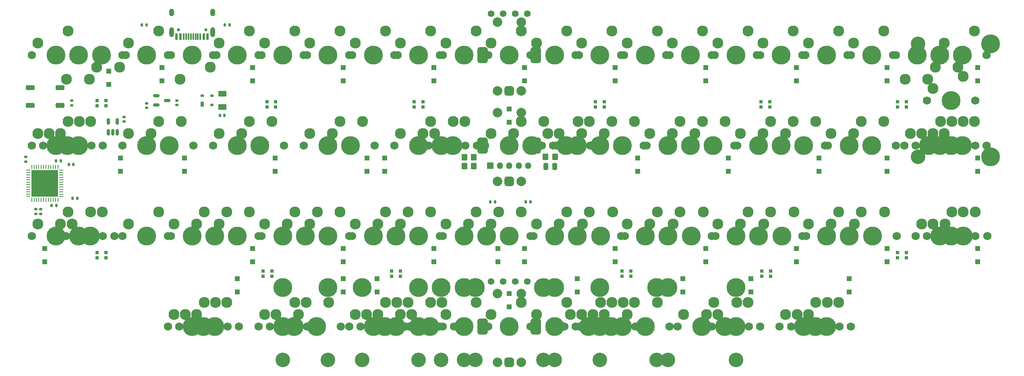
<source format=gbr>
%TF.GenerationSoftware,KiCad,Pcbnew,(7.0.0)*%
%TF.CreationDate,2023-12-11T21:31:36+01:00*%
%TF.ProjectId,universal vault,756e6976-6572-4736-916c-207661756c74,rev?*%
%TF.SameCoordinates,Original*%
%TF.FileFunction,Soldermask,Bot*%
%TF.FilePolarity,Negative*%
%FSLAX46Y46*%
G04 Gerber Fmt 4.6, Leading zero omitted, Abs format (unit mm)*
G04 Created by KiCad (PCBNEW (7.0.0)) date 2023-12-11 21:31:36*
%MOMM*%
%LPD*%
G01*
G04 APERTURE LIST*
G04 Aperture macros list*
%AMRoundRect*
0 Rectangle with rounded corners*
0 $1 Rounding radius*
0 $2 $3 $4 $5 $6 $7 $8 $9 X,Y pos of 4 corners*
0 Add a 4 corners polygon primitive as box body*
4,1,4,$2,$3,$4,$5,$6,$7,$8,$9,$2,$3,0*
0 Add four circle primitives for the rounded corners*
1,1,$1+$1,$2,$3*
1,1,$1+$1,$4,$5*
1,1,$1+$1,$6,$7*
1,1,$1+$1,$8,$9*
0 Add four rect primitives between the rounded corners*
20,1,$1+$1,$2,$3,$4,$5,0*
20,1,$1+$1,$4,$5,$6,$7,0*
20,1,$1+$1,$6,$7,$8,$9,0*
20,1,$1+$1,$8,$9,$2,$3,0*%
G04 Aperture macros list end*
%ADD10C,2.300000*%
%ADD11C,1.750000*%
%ADD12C,3.987800*%
%ADD13RoundRect,0.250000X-0.300000X0.300000X-0.300000X-0.300000X0.300000X-0.300000X0.300000X0.300000X0*%
%ADD14C,2.000000*%
%ADD15RoundRect,0.500000X0.500000X-0.500000X0.500000X0.500000X-0.500000X0.500000X-0.500000X-0.500000X0*%
%ADD16RoundRect,0.550000X0.550000X-1.150000X0.550000X1.150000X-0.550000X1.150000X-0.550000X-1.150000X0*%
%ADD17RoundRect,0.250000X-0.350000X-0.450000X0.350000X-0.450000X0.350000X0.450000X-0.350000X0.450000X0*%
%ADD18RoundRect,0.250000X0.350000X0.450000X-0.350000X0.450000X-0.350000X-0.450000X0.350000X-0.450000X0*%
%ADD19O,1.350000X1.350000*%
%ADD20R,1.350000X1.350000*%
%ADD21RoundRect,0.250000X0.250000X0.475000X-0.250000X0.475000X-0.250000X-0.475000X0.250000X-0.475000X0*%
%ADD22C,3.048000*%
%ADD23C,1.397000*%
%ADD24RoundRect,0.105000X0.245000X0.245000X-0.245000X0.245000X-0.245000X-0.245000X0.245000X-0.245000X0*%
%ADD25RoundRect,0.250000X0.300000X-0.300000X0.300000X0.300000X-0.300000X0.300000X-0.300000X-0.300000X0*%
%ADD26RoundRect,0.105000X-0.245000X-0.245000X0.245000X-0.245000X0.245000X0.245000X-0.245000X0.245000X0*%
%ADD27RoundRect,0.140000X-0.170000X0.140000X-0.170000X-0.140000X0.170000X-0.140000X0.170000X0.140000X0*%
%ADD28RoundRect,0.135000X0.185000X-0.135000X0.185000X0.135000X-0.185000X0.135000X-0.185000X-0.135000X0*%
%ADD29RoundRect,0.150000X0.150000X-0.512500X0.150000X0.512500X-0.150000X0.512500X-0.150000X-0.512500X0*%
%ADD30RoundRect,0.140000X-0.140000X-0.170000X0.140000X-0.170000X0.140000X0.170000X-0.140000X0.170000X0*%
%ADD31RoundRect,0.140000X0.170000X-0.140000X0.170000X0.140000X-0.170000X0.140000X-0.170000X-0.140000X0*%
%ADD32RoundRect,0.135000X0.135000X0.185000X-0.135000X0.185000X-0.135000X-0.185000X0.135000X-0.185000X0*%
%ADD33RoundRect,0.140000X0.140000X0.170000X-0.140000X0.170000X-0.140000X-0.170000X0.140000X-0.170000X0*%
%ADD34RoundRect,0.275000X0.625000X0.275000X-0.625000X0.275000X-0.625000X-0.275000X0.625000X-0.275000X0*%
%ADD35RoundRect,0.250000X0.625000X-0.375000X0.625000X0.375000X-0.625000X0.375000X-0.625000X-0.375000X0*%
%ADD36RoundRect,0.150000X-0.512500X-0.150000X0.512500X-0.150000X0.512500X0.150000X-0.512500X0.150000X0*%
%ADD37RoundRect,0.135000X-0.135000X-0.185000X0.135000X-0.185000X0.135000X0.185000X-0.135000X0.185000X0*%
%ADD38C,0.650000*%
%ADD39R,0.600000X1.450000*%
%ADD40R,0.300000X1.450000*%
%ADD41O,1.000000X1.600000*%
%ADD42O,1.000000X2.100000*%
%ADD43R,0.700000X1.000000*%
%ADD44R,0.700000X0.600000*%
%ADD45RoundRect,0.062500X0.062500X-0.375000X0.062500X0.375000X-0.062500X0.375000X-0.062500X-0.375000X0*%
%ADD46RoundRect,0.062500X0.375000X-0.062500X0.375000X0.062500X-0.375000X0.062500X-0.375000X-0.062500X0*%
%ADD47R,5.600000X5.600000*%
G04 APERTURE END LIST*
D10*
%TO.C,K_SPACE39*%
X78740000Y14605000D03*
X72390000Y12065000D03*
D11*
X81280000Y9525000D03*
D12*
X76200000Y9525000D03*
D11*
X71120000Y9525000D03*
%TD*%
D13*
%TO.C,D_SPACE42*%
X119062500Y19656250D03*
X119062500Y16856250D03*
%TD*%
D14*
%TO.C,SW3*%
X102275000Y2025000D03*
X107275000Y2025000D03*
D15*
X104775000Y2025000D03*
D16*
X99175000Y9525000D03*
X110375000Y9525000D03*
D14*
X107275000Y16525000D03*
X102275000Y16525000D03*
%TD*%
D11*
%TO.C,K_SPACE38*%
X123507500Y9525000D03*
D12*
X128587500Y9525000D03*
D11*
X133667500Y9525000D03*
D10*
X124777500Y12065000D03*
X131127500Y14605000D03*
%TD*%
D11*
%TO.C,K_SPACE37*%
X75882500Y9525000D03*
D12*
X80962500Y9525000D03*
D11*
X86042500Y9525000D03*
D10*
X77152500Y12065000D03*
X83502500Y14605000D03*
%TD*%
D11*
%TO.C,K_SPACE36*%
X109220000Y9525000D03*
D12*
X114300000Y9525000D03*
D11*
X119380000Y9525000D03*
D10*
X110490000Y12065000D03*
X116840000Y14605000D03*
%TD*%
D11*
%TO.C,K_SPACE35*%
X90170000Y9525000D03*
D12*
X95250000Y9525000D03*
D11*
X100330000Y9525000D03*
D10*
X91440000Y12065000D03*
X97790000Y14605000D03*
%TD*%
D13*
%TO.C,D_SPACE37*%
X104775000Y16481250D03*
X104775000Y13681250D03*
%TD*%
%TO.C,D_SPACE17*%
X104775000Y55375000D03*
X104775000Y52575000D03*
%TD*%
D17*
%TO.C,UR3*%
X112406250Y45243750D03*
X114406250Y45243750D03*
%TD*%
D18*
%TO.C,UR2*%
X97341660Y45199940D03*
X95341660Y45199940D03*
%TD*%
D17*
%TO.C,UR1*%
X95341660Y43289806D03*
X97341660Y43289806D03*
%TD*%
D19*
%TO.C,TP1*%
X108774999Y43396249D03*
X106774999Y43396249D03*
X104774999Y43396249D03*
X102774999Y43396249D03*
D20*
X100774999Y43396249D03*
%TD*%
D21*
%TO.C,C12*%
X114356250Y43256250D03*
X112456250Y43256250D03*
%TD*%
D11*
%TO.C,K_SPACE4*%
X61595000Y66675000D03*
D12*
X66675000Y66675000D03*
D11*
X71755000Y66675000D03*
D10*
X62865000Y69215000D03*
X69215000Y71755000D03*
%TD*%
D11*
%TO.C,K_SPACE68*%
X113982500Y47625000D03*
D12*
X119062500Y47625000D03*
D11*
X124142500Y47625000D03*
D10*
X115252500Y50165000D03*
X121602500Y52705000D03*
%TD*%
D11*
%TO.C,K_SPACE17*%
X99695000Y47625000D03*
D12*
X104775000Y47625000D03*
D11*
X109855000Y47625000D03*
D10*
X100965000Y50165000D03*
X107315000Y52705000D03*
%TD*%
D12*
%TO.C,S6*%
X57150000Y17780000D03*
D22*
X57150000Y2540000D03*
D12*
X95250000Y17780000D03*
D22*
X95250000Y2540000D03*
%TD*%
D11*
%TO.C,K_SPACE30*%
X128270000Y28575000D03*
D12*
X133350000Y28575000D03*
D11*
X138430000Y28575000D03*
D10*
X129540000Y31115000D03*
X135890000Y33655000D03*
%TD*%
D11*
%TO.C,K_SPACE118*%
X147320000Y9525000D03*
D12*
X152400000Y9525000D03*
D11*
X157480000Y9525000D03*
D10*
X148590000Y12065000D03*
X154940000Y14605000D03*
%TD*%
D11*
%TO.C,K_SPACE94*%
X94932500Y28575000D03*
D12*
X100012500Y28575000D03*
D11*
X105092500Y28575000D03*
D10*
X96202500Y31115000D03*
X102552500Y33655000D03*
%TD*%
D11*
%TO.C,K_SPACE73*%
X28257500Y47625000D03*
D12*
X33337500Y47625000D03*
D11*
X38417500Y47625000D03*
D10*
X29527500Y50165000D03*
X35877500Y52705000D03*
%TD*%
D11*
%TO.C,K_SPACE117*%
X52070000Y9525000D03*
D12*
X57150000Y9525000D03*
D11*
X62230000Y9525000D03*
D10*
X53340000Y12065000D03*
X59690000Y14605000D03*
%TD*%
D11*
%TO.C,K_SPACE107*%
X35401250Y9525000D03*
D12*
X40481250Y9525000D03*
D11*
X45561250Y9525000D03*
D10*
X36671250Y12065000D03*
X43021250Y14605000D03*
%TD*%
D11*
%TO.C,K_SPACE83*%
X23495000Y28575000D03*
D12*
X28575000Y28575000D03*
D11*
X33655000Y28575000D03*
D10*
X24765000Y31115000D03*
X31115000Y33655000D03*
%TD*%
D12*
%TO.C,S3*%
X111918750Y17780000D03*
D22*
X111918750Y2540000D03*
D12*
X135731250Y17780000D03*
D22*
X135731250Y2540000D03*
%TD*%
D10*
%TO.C,K_SPACE124*%
X81121250Y14605000D03*
X74771250Y12065000D03*
D11*
X83661250Y9525000D03*
D12*
X78581250Y9525000D03*
D11*
X73501250Y9525000D03*
%TD*%
%TO.C,K_SPACE28*%
X87788750Y47625000D03*
D12*
X92868750Y47625000D03*
D11*
X97948750Y47625000D03*
D10*
X89058750Y50165000D03*
X95408750Y52705000D03*
%TD*%
D11*
%TO.C,K_SPACE72*%
X190182500Y47625000D03*
D12*
X195262500Y47625000D03*
D11*
X200342500Y47625000D03*
D10*
X191452500Y50165000D03*
X197802500Y52705000D03*
%TD*%
D23*
%TO.C,OL2*%
X108585000Y75406250D03*
X106045000Y75406250D03*
X103505000Y75406250D03*
X100965000Y75406250D03*
%TD*%
D11*
%TO.C,K_SPACE95*%
X192563750Y57150000D03*
D12*
X197643750Y57150000D03*
D11*
X202723750Y57150000D03*
D10*
X193833750Y59690000D03*
X200183750Y62230000D03*
%TD*%
D11*
%TO.C,K_SPACE9*%
X156845000Y66675000D03*
D12*
X161925000Y66675000D03*
D11*
X167005000Y66675000D03*
D10*
X158115000Y69215000D03*
X164465000Y71755000D03*
%TD*%
D11*
%TO.C,K_SPACE21*%
X175895000Y47625000D03*
D12*
X180975000Y47625000D03*
D11*
X186055000Y47625000D03*
D10*
X177165000Y50165000D03*
X183515000Y52705000D03*
%TD*%
D11*
%TO.C,K_SPACE33*%
X190182500Y28575000D03*
D12*
X195262500Y28575000D03*
D11*
X200342500Y28575000D03*
D10*
X191452500Y31115000D03*
X197802500Y33655000D03*
%TD*%
D11*
%TO.C,K_SPACE55*%
X71120000Y66675000D03*
D12*
X76200000Y66675000D03*
D11*
X81280000Y66675000D03*
D10*
X72390000Y69215000D03*
X78740000Y71755000D03*
%TD*%
%TO.C,K_SPACE121*%
X128746250Y14605000D03*
X122396250Y12065000D03*
D11*
X131286250Y9525000D03*
D12*
X126206250Y9525000D03*
D11*
X121126250Y9525000D03*
%TD*%
D12*
%TO.C,S5*%
X114300000Y17780000D03*
D22*
X114300000Y2540000D03*
D12*
X138112500Y17780000D03*
D22*
X138112500Y2540000D03*
%TD*%
D11*
%TO.C,K_SPACE115*%
X116363750Y9525000D03*
D12*
X121443750Y9525000D03*
D11*
X126523750Y9525000D03*
D10*
X117633750Y12065000D03*
X123983750Y14605000D03*
%TD*%
D11*
%TO.C,K_SPACE15*%
X61595000Y47625000D03*
D12*
X66675000Y47625000D03*
D11*
X71755000Y47625000D03*
D10*
X62865000Y50165000D03*
X69215000Y52705000D03*
%TD*%
D11*
%TO.C,K_SPACE70*%
X152082500Y47625000D03*
D12*
X157162500Y47625000D03*
D11*
X162242500Y47625000D03*
D10*
X153352500Y50165000D03*
X159702500Y52705000D03*
%TD*%
D11*
%TO.C,K_SPACE98*%
X152082500Y28575000D03*
D12*
X157162500Y28575000D03*
D11*
X162242500Y28575000D03*
D10*
X153352500Y31115000D03*
X159702500Y33655000D03*
%TD*%
D11*
%TO.C,K_SPACE78*%
X123507500Y47625000D03*
D12*
X128587500Y47625000D03*
D11*
X133667500Y47625000D03*
D10*
X124777500Y50165000D03*
X131127500Y52705000D03*
%TD*%
D11*
%TO.C,K_SPACE101*%
X192563750Y47625000D03*
D12*
X197643750Y47625000D03*
D11*
X202723750Y47625000D03*
D10*
X193833750Y50165000D03*
X200183750Y52705000D03*
%TD*%
D11*
%TO.C,K_SPACE10*%
X175895000Y66675000D03*
D12*
X180975000Y66675000D03*
D11*
X186055000Y66675000D03*
D10*
X177165000Y69215000D03*
X183515000Y71755000D03*
%TD*%
D11*
%TO.C,K_SPACE74*%
X47307500Y47625000D03*
D12*
X52387500Y47625000D03*
D11*
X57467500Y47625000D03*
D10*
X48577500Y50165000D03*
X54927500Y52705000D03*
%TD*%
D23*
%TO.C,OL1*%
X100965000Y19050000D03*
X103505000Y19050000D03*
X106045000Y19050000D03*
X108585000Y19050000D03*
%TD*%
D11*
%TO.C,K_SPACE99*%
X171132500Y28575000D03*
D12*
X176212500Y28575000D03*
D11*
X181292500Y28575000D03*
D10*
X172402500Y31115000D03*
X178752500Y33655000D03*
%TD*%
D11*
%TO.C,K_SPACE85*%
X61595000Y28575000D03*
D12*
X66675000Y28575000D03*
D11*
X71755000Y28575000D03*
D10*
X62865000Y31115000D03*
X69215000Y33655000D03*
%TD*%
D11*
%TO.C,K_SPACE110*%
X99695000Y9525000D03*
D12*
X104775000Y9525000D03*
D11*
X109855000Y9525000D03*
D10*
X100965000Y12065000D03*
X107315000Y14605000D03*
%TD*%
D11*
%TO.C,K_SPACE2*%
X23495000Y66675000D03*
D12*
X28575000Y66675000D03*
D11*
X33655000Y66675000D03*
D10*
X24765000Y69215000D03*
X31115000Y71755000D03*
%TD*%
D11*
%TO.C,K_SPACE92*%
X56832500Y28575000D03*
D12*
X61912500Y28575000D03*
D11*
X66992500Y28575000D03*
D10*
X58102500Y31115000D03*
X64452500Y33655000D03*
%TD*%
D11*
%TO.C,K_SPACE34*%
X111601250Y47625000D03*
D12*
X116681250Y47625000D03*
D11*
X121761250Y47625000D03*
D10*
X112871250Y50165000D03*
X119221250Y52705000D03*
%TD*%
D11*
%TO.C,K_SPACE14*%
X42545000Y47625000D03*
D12*
X47625000Y47625000D03*
D11*
X52705000Y47625000D03*
D10*
X43815000Y50165000D03*
X50165000Y52705000D03*
%TD*%
D11*
%TO.C,K_SPACE77*%
X104457500Y47625000D03*
D12*
X109537500Y47625000D03*
D11*
X114617500Y47625000D03*
D10*
X105727500Y50165000D03*
X112077500Y52705000D03*
%TD*%
D11*
%TO.C,K_SPACE32*%
X166370000Y28575000D03*
D12*
X171450000Y28575000D03*
D11*
X176530000Y28575000D03*
D10*
X167640000Y31115000D03*
X173990000Y33655000D03*
%TD*%
D11*
%TO.C,K_SPACE114*%
X83026250Y9525000D03*
D12*
X88106250Y9525000D03*
D11*
X93186250Y9525000D03*
D10*
X84296250Y12065000D03*
X90646250Y14605000D03*
%TD*%
D11*
%TO.C,K_SPACE67*%
X6826250Y47625000D03*
D12*
X11906250Y47625000D03*
D11*
X16986250Y47625000D03*
D10*
X8096250Y50165000D03*
X14446250Y52705000D03*
%TD*%
D11*
%TO.C,K_SPACE108*%
X140176250Y9525000D03*
D12*
X145256250Y9525000D03*
D11*
X150336250Y9525000D03*
D10*
X141446250Y12065000D03*
X147796250Y14605000D03*
%TD*%
D11*
%TO.C,K_SPACE71*%
X171132500Y47625000D03*
D12*
X176212500Y47625000D03*
D11*
X181292500Y47625000D03*
D10*
X172402500Y50165000D03*
X178752500Y52705000D03*
%TD*%
D11*
%TO.C,K_SPACE88*%
X137961250Y28575000D03*
D12*
X143041250Y28575000D03*
D11*
X148121250Y28575000D03*
D10*
X139231250Y31115000D03*
X145581250Y33655000D03*
%TD*%
D11*
%TO.C,K_SPACE50*%
X11588750Y28575000D03*
D12*
X16668750Y28575000D03*
D11*
X21748750Y28575000D03*
D10*
X12858750Y31115000D03*
X19208750Y33655000D03*
%TD*%
D11*
%TO.C,K_SPACE57*%
X9207500Y47625000D03*
D12*
X14287500Y47625000D03*
D11*
X19367500Y47625000D03*
D10*
X10477500Y50165000D03*
X16827500Y52705000D03*
%TD*%
D11*
%TO.C,K_SPACE26*%
X71120000Y28575000D03*
D12*
X76200000Y28575000D03*
D11*
X81280000Y28575000D03*
D10*
X72390000Y31115000D03*
X78740000Y33655000D03*
%TD*%
D11*
%TO.C,K_SPACE90*%
X176061250Y28575000D03*
D12*
X181141250Y28575000D03*
D11*
X186221250Y28575000D03*
D10*
X177331250Y31115000D03*
X183681250Y33655000D03*
%TD*%
%TO.C,K_SPACE116*%
X135890000Y14605000D03*
X129540000Y12065000D03*
D11*
X138430000Y9525000D03*
D12*
X133350000Y9525000D03*
D11*
X128270000Y9525000D03*
%TD*%
%TO.C,K_SPACE93*%
X75882500Y28575000D03*
D12*
X80962500Y28575000D03*
D11*
X86042500Y28575000D03*
D10*
X77152500Y31115000D03*
X83502500Y33655000D03*
%TD*%
D11*
%TO.C,K_SPACE81*%
X187801250Y47625000D03*
D12*
X192881250Y47625000D03*
D11*
X197961250Y47625000D03*
D10*
X189071250Y50165000D03*
X195421250Y52705000D03*
%TD*%
D11*
%TO.C,K_SPACE128*%
X71120000Y9525000D03*
D12*
X76200000Y9525000D03*
D11*
X81280000Y9525000D03*
D10*
X72390000Y12065000D03*
X78740000Y14605000D03*
%TD*%
D11*
%TO.C,K_SPACE87*%
X118911250Y28575000D03*
D12*
X123991250Y28575000D03*
D11*
X129071250Y28575000D03*
D10*
X120181250Y31115000D03*
X126531250Y33655000D03*
%TD*%
%TO.C,K_SPACE123*%
X169227500Y14605000D03*
X162877500Y12065000D03*
D11*
X171767500Y9525000D03*
D12*
X166687500Y9525000D03*
D11*
X161607500Y9525000D03*
%TD*%
%TO.C,K_SPACE97*%
X133032500Y28575000D03*
D12*
X138112500Y28575000D03*
D11*
X143192500Y28575000D03*
D10*
X134302500Y31115000D03*
X140652500Y33655000D03*
%TD*%
D12*
%TO.C,S7*%
X114300000Y17780000D03*
D22*
X114300000Y2540000D03*
D12*
X152400000Y17780000D03*
D22*
X152400000Y2540000D03*
%TD*%
D11*
%TO.C,K_SPACE69*%
X133032500Y47625000D03*
D12*
X138112500Y47625000D03*
D11*
X143192500Y47625000D03*
D10*
X134302500Y50165000D03*
X140652500Y52705000D03*
%TD*%
D11*
%TO.C,K_SPACE56*%
X90170000Y66675000D03*
D12*
X95250000Y66675000D03*
D11*
X100330000Y66675000D03*
D10*
X91440000Y69215000D03*
X97790000Y71755000D03*
%TD*%
D11*
%TO.C,K_SPACE62*%
X195580000Y66675000D03*
D12*
X190500000Y66675000D03*
D11*
X185420000Y66675000D03*
D10*
X194310000Y64135000D03*
X187960000Y61595000D03*
%TD*%
D11*
%TO.C,K_SPACE109*%
X163988750Y9525000D03*
D12*
X169068750Y9525000D03*
D11*
X174148750Y9525000D03*
D10*
X165258750Y12065000D03*
X171608750Y14605000D03*
%TD*%
D11*
%TO.C,K_SPACE25*%
X52070000Y28575000D03*
D12*
X57150000Y28575000D03*
D11*
X62230000Y28575000D03*
D10*
X53340000Y31115000D03*
X59690000Y33655000D03*
%TD*%
D11*
%TO.C,K_SPACE63*%
X28257500Y47625000D03*
D12*
X33337500Y47625000D03*
D11*
X38417500Y47625000D03*
D10*
X29527500Y50165000D03*
X35877500Y52705000D03*
%TD*%
D11*
%TO.C,K_SPACE51*%
X37782500Y28575000D03*
D12*
X42862500Y28575000D03*
D11*
X47942500Y28575000D03*
D10*
X39052500Y31115000D03*
X45402500Y33655000D03*
%TD*%
D11*
%TO.C,K_SPACE60*%
X147320000Y66675000D03*
D12*
X152400000Y66675000D03*
D11*
X157480000Y66675000D03*
D10*
X148590000Y69215000D03*
X154940000Y71755000D03*
%TD*%
D11*
%TO.C,K_SPACE103*%
X19367500Y66675000D03*
D12*
X14287500Y66675000D03*
D11*
X9207500Y66675000D03*
D10*
X18097500Y64135000D03*
X11747500Y61595000D03*
%TD*%
D11*
%TO.C,K_SPACE102*%
X200342500Y66675000D03*
D12*
X195262500Y66675000D03*
D11*
X190182500Y66675000D03*
D10*
X199072500Y64135000D03*
X192722500Y61595000D03*
%TD*%
D11*
%TO.C,K_SPACE8*%
X137795000Y66675000D03*
D12*
X142875000Y66675000D03*
D11*
X147955000Y66675000D03*
D10*
X139065000Y69215000D03*
X145415000Y71755000D03*
%TD*%
D11*
%TO.C,K_SPACE86*%
X80645000Y28575000D03*
D12*
X85725000Y28575000D03*
D11*
X90805000Y28575000D03*
D10*
X81915000Y31115000D03*
X88265000Y33655000D03*
%TD*%
D11*
%TO.C,K_SPACE100*%
X192563750Y28575000D03*
D12*
X197643750Y28575000D03*
D11*
X202723750Y28575000D03*
D10*
X193833750Y31115000D03*
X200183750Y33655000D03*
%TD*%
D11*
%TO.C,K_SPACE66*%
X85407500Y47625000D03*
D12*
X90487500Y47625000D03*
D11*
X95567500Y47625000D03*
D10*
X86677500Y50165000D03*
X93027500Y52705000D03*
%TD*%
D14*
%TO.C,SW1*%
X102275000Y59175000D03*
X107275000Y59175000D03*
D15*
X104775000Y59175000D03*
D16*
X99175000Y66675000D03*
X110375000Y66675000D03*
D14*
X107275000Y73675000D03*
X102275000Y73675000D03*
%TD*%
D11*
%TO.C,K_SPACE79*%
X142557500Y47625000D03*
D12*
X147637500Y47625000D03*
D11*
X152717500Y47625000D03*
D10*
X143827500Y50165000D03*
X150177500Y52705000D03*
%TD*%
D11*
%TO.C,K_SPACE64*%
X47307500Y47625000D03*
D12*
X52387500Y47625000D03*
D11*
X57467500Y47625000D03*
D10*
X48577500Y50165000D03*
X54927500Y52705000D03*
%TD*%
D11*
%TO.C,K_SPACE20*%
X156845000Y47625000D03*
D12*
X161925000Y47625000D03*
D11*
X167005000Y47625000D03*
D10*
X158115000Y50165000D03*
X164465000Y52705000D03*
%TD*%
D11*
%TO.C,K_SPACE49*%
X99695000Y28575000D03*
D12*
X104775000Y28575000D03*
D11*
X109855000Y28575000D03*
D10*
X100965000Y31115000D03*
X107315000Y33655000D03*
%TD*%
D11*
%TO.C,K_SPACE59*%
X128270000Y66675000D03*
D12*
X133350000Y66675000D03*
D11*
X138430000Y66675000D03*
D10*
X129540000Y69215000D03*
X135890000Y71755000D03*
%TD*%
D11*
%TO.C,K_SPACE104*%
X6826250Y47625000D03*
D12*
X11906250Y47625000D03*
D11*
X16986250Y47625000D03*
D10*
X8096250Y50165000D03*
X14446250Y52705000D03*
%TD*%
D11*
%TO.C,K_SPACE84*%
X42545000Y28575000D03*
D12*
X47625000Y28575000D03*
D11*
X52705000Y28575000D03*
D10*
X43815000Y31115000D03*
X50165000Y33655000D03*
%TD*%
D11*
%TO.C,K_SPACE106*%
X59213750Y9525000D03*
D12*
X64293750Y9525000D03*
D11*
X69373750Y9525000D03*
D10*
X60483750Y12065000D03*
X66833750Y14605000D03*
%TD*%
D12*
%TO.C,S2*%
X73818750Y17780000D03*
D22*
X73818750Y2540000D03*
D12*
X97631250Y17780000D03*
D22*
X97631250Y2540000D03*
%TD*%
D10*
%TO.C,K_SPACE125*%
X126365000Y14605000D03*
X120015000Y12065000D03*
D11*
X128905000Y9525000D03*
D12*
X123825000Y9525000D03*
D11*
X118745000Y9525000D03*
%TD*%
%TO.C,K_SPACE11*%
X194945000Y66675000D03*
D12*
X200025000Y66675000D03*
D11*
X205105000Y66675000D03*
D10*
X196215000Y69215000D03*
X202565000Y71755000D03*
%TD*%
D11*
%TO.C,K_SPACE91*%
X195111250Y28575000D03*
D12*
X200191250Y28575000D03*
D11*
X205271250Y28575000D03*
D10*
X196381250Y31115000D03*
X202731250Y33655000D03*
%TD*%
D14*
%TO.C,SW2*%
X102275000Y40125000D03*
X107275000Y40125000D03*
D15*
X104775000Y40125000D03*
D16*
X99175000Y47625000D03*
X110375000Y47625000D03*
D14*
X107275000Y54625000D03*
X102275000Y54625000D03*
%TD*%
D10*
%TO.C,K_SPACE122*%
X45402500Y14605000D03*
X39052500Y12065000D03*
D11*
X47942500Y9525000D03*
D12*
X42862500Y9525000D03*
D11*
X37782500Y9525000D03*
%TD*%
%TO.C,K_SPACE129*%
X128270000Y9525000D03*
D12*
X133350000Y9525000D03*
D11*
X138430000Y9525000D03*
D10*
X129540000Y12065000D03*
X135890000Y14605000D03*
%TD*%
D11*
%TO.C,K_SPACE113*%
X166370000Y9525000D03*
D12*
X171450000Y9525000D03*
D11*
X176530000Y9525000D03*
D10*
X167640000Y12065000D03*
X173990000Y14605000D03*
%TD*%
D11*
%TO.C,K_SPACE19*%
X137795000Y47625000D03*
D12*
X142875000Y47625000D03*
D11*
X147955000Y47625000D03*
D10*
X139065000Y50165000D03*
X145415000Y52705000D03*
%TD*%
D11*
%TO.C,K_SPACE23*%
X9207500Y28575000D03*
D12*
X14287500Y28575000D03*
D11*
X19367500Y28575000D03*
D10*
X10477500Y31115000D03*
X16827500Y33655000D03*
%TD*%
D11*
%TO.C,K_SPACE16*%
X80645000Y47625000D03*
D12*
X85725000Y47625000D03*
D11*
X90805000Y47625000D03*
D10*
X81915000Y50165000D03*
X88265000Y52705000D03*
%TD*%
D11*
%TO.C,K_SPACE105*%
X33020000Y9525000D03*
D12*
X38100000Y9525000D03*
D11*
X43180000Y9525000D03*
D10*
X34290000Y12065000D03*
X40640000Y14605000D03*
%TD*%
D11*
%TO.C,K_SPACE12*%
X4445000Y47625000D03*
D12*
X9525000Y47625000D03*
D11*
X14605000Y47625000D03*
D10*
X5715000Y50165000D03*
X12065000Y52705000D03*
%TD*%
D11*
%TO.C,K_SPACE22*%
X194945000Y47625000D03*
D12*
X200025000Y47625000D03*
D11*
X205105000Y47625000D03*
D10*
X196215000Y50165000D03*
X202565000Y52705000D03*
%TD*%
D11*
%TO.C,K_SPACE52*%
X24130000Y66675000D03*
D12*
X19050000Y66675000D03*
D11*
X13970000Y66675000D03*
D10*
X22860000Y64135000D03*
X16510000Y61595000D03*
%TD*%
D11*
%TO.C,K_SPACE65*%
X66357500Y47625000D03*
D12*
X71437500Y47625000D03*
D11*
X76517500Y47625000D03*
D10*
X67627500Y50165000D03*
X73977500Y52705000D03*
%TD*%
D22*
%TO.C,S9*%
X123825000Y2540000D03*
D12*
X123825000Y17780000D03*
D22*
X85725000Y2540000D03*
D12*
X85725000Y17780000D03*
%TD*%
D11*
%TO.C,K_SPACE53*%
X43180000Y66675000D03*
D12*
X38100000Y66675000D03*
D11*
X33020000Y66675000D03*
D10*
X41910000Y64135000D03*
X35560000Y61595000D03*
%TD*%
D11*
%TO.C,K_SPACE3*%
X42545000Y66675000D03*
D12*
X47625000Y66675000D03*
D11*
X52705000Y66675000D03*
D10*
X43815000Y69215000D03*
X50165000Y71755000D03*
%TD*%
D22*
%TO.C,S8*%
X152400000Y2540000D03*
D12*
X152400000Y17780000D03*
D22*
X57150000Y2540000D03*
D12*
X57150000Y17780000D03*
%TD*%
D11*
%TO.C,K_SPACE80*%
X161607500Y47625000D03*
D12*
X166687500Y47625000D03*
D11*
X171767500Y47625000D03*
D10*
X162877500Y50165000D03*
X169227500Y52705000D03*
%TD*%
D11*
%TO.C,K_SPACE7*%
X118745000Y66675000D03*
D12*
X123825000Y66675000D03*
D11*
X128905000Y66675000D03*
D10*
X120015000Y69215000D03*
X126365000Y71755000D03*
%TD*%
D11*
%TO.C,K_SPACE96*%
X113982500Y28575000D03*
D12*
X119062500Y28575000D03*
D11*
X124142500Y28575000D03*
D10*
X115252500Y31115000D03*
X121602500Y33655000D03*
%TD*%
D11*
%TO.C,K_SPACE6*%
X99695000Y66675000D03*
D12*
X104775000Y66675000D03*
D11*
X109855000Y66675000D03*
D10*
X100965000Y69215000D03*
X107315000Y71755000D03*
%TD*%
D11*
%TO.C,K_SPACE82*%
X4445000Y28575000D03*
D12*
X9525000Y28575000D03*
D11*
X14605000Y28575000D03*
D10*
X5715000Y31115000D03*
X12065000Y33655000D03*
%TD*%
D11*
%TO.C,K_SPACE111*%
X54451250Y9525000D03*
D12*
X59531250Y9525000D03*
D11*
X64611250Y9525000D03*
D10*
X55721250Y12065000D03*
X62071250Y14605000D03*
%TD*%
D11*
%TO.C,K_SPACE89*%
X157011250Y28575000D03*
D12*
X162091250Y28575000D03*
D11*
X167171250Y28575000D03*
D10*
X158281250Y31115000D03*
X164631250Y33655000D03*
%TD*%
D11*
%TO.C,K_SPACE29*%
X109220000Y28575000D03*
D12*
X114300000Y28575000D03*
D11*
X119380000Y28575000D03*
D10*
X110490000Y31115000D03*
X116840000Y33655000D03*
%TD*%
D11*
%TO.C,K_SPACE5*%
X80645000Y66675000D03*
D12*
X85725000Y66675000D03*
D11*
X90805000Y66675000D03*
D10*
X81915000Y69215000D03*
X88265000Y71755000D03*
%TD*%
%TO.C,K_SPACE120*%
X88265000Y14605000D03*
X81915000Y12065000D03*
D11*
X90805000Y9525000D03*
D12*
X85725000Y9525000D03*
D11*
X80645000Y9525000D03*
%TD*%
D12*
%TO.C,S4*%
X66675000Y17780000D03*
D22*
X66675000Y2540000D03*
D12*
X90487500Y17780000D03*
D22*
X90487500Y2540000D03*
%TD*%
D11*
%TO.C,K_SPACE58*%
X109220000Y66675000D03*
D12*
X114300000Y66675000D03*
D11*
X119380000Y66675000D03*
D10*
X110490000Y69215000D03*
X116840000Y71755000D03*
%TD*%
D11*
%TO.C,K_SPACE75*%
X66357500Y47625000D03*
D12*
X71437500Y47625000D03*
D11*
X76517500Y47625000D03*
D10*
X67627500Y50165000D03*
X73977500Y52705000D03*
%TD*%
D11*
%TO.C,K_SPACE27*%
X90170000Y28575000D03*
D12*
X95250000Y28575000D03*
D11*
X100330000Y28575000D03*
D10*
X91440000Y31115000D03*
X97790000Y33655000D03*
%TD*%
D11*
%TO.C,K_SPACE61*%
X166370000Y66675000D03*
D12*
X171450000Y66675000D03*
D11*
X176530000Y66675000D03*
D10*
X167640000Y69215000D03*
X173990000Y71755000D03*
%TD*%
D11*
%TO.C,K_SPACE24*%
X33020000Y28575000D03*
D12*
X38100000Y28575000D03*
D11*
X43180000Y28575000D03*
D10*
X34290000Y31115000D03*
X40640000Y33655000D03*
%TD*%
D11*
%TO.C,K_SPACE18*%
X118745000Y47625000D03*
D12*
X123825000Y47625000D03*
D11*
X128905000Y47625000D03*
D10*
X120015000Y50165000D03*
X126365000Y52705000D03*
%TD*%
D11*
%TO.C,K_SPACE76*%
X85407500Y47625000D03*
D12*
X90487500Y47625000D03*
D11*
X95567500Y47625000D03*
D10*
X86677500Y50165000D03*
X93027500Y52705000D03*
%TD*%
D11*
%TO.C,K_SPACE31*%
X147320000Y28575000D03*
D12*
X152400000Y28575000D03*
D11*
X157480000Y28575000D03*
D10*
X148590000Y31115000D03*
X154940000Y33655000D03*
%TD*%
D11*
%TO.C,K_SPACE1*%
X4445000Y66675000D03*
D12*
X9525000Y66675000D03*
D11*
X14605000Y66675000D03*
D10*
X5715000Y69215000D03*
X12065000Y71755000D03*
%TD*%
D11*
%TO.C,K_SPACE112*%
X144938750Y9525000D03*
D12*
X150018750Y9525000D03*
D11*
X155098750Y9525000D03*
D10*
X146208750Y12065000D03*
X152558750Y14605000D03*
%TD*%
D22*
%TO.C,S1*%
X190658750Y69056250D03*
X190658750Y45243750D03*
D12*
X205898750Y69056250D03*
X205898750Y45243750D03*
%TD*%
D11*
%TO.C,K_SPACE54*%
X52070000Y66675000D03*
D12*
X57150000Y66675000D03*
D11*
X62230000Y66675000D03*
D10*
X53340000Y69215000D03*
X59690000Y71755000D03*
%TD*%
D11*
%TO.C,K_SPACE13*%
X23495000Y47625000D03*
D12*
X28575000Y47625000D03*
D11*
X33655000Y47625000D03*
D10*
X24765000Y50165000D03*
X31115000Y52705000D03*
%TD*%
D24*
%TO.C,LED1*%
X19965000Y57150000D03*
X19965000Y56050000D03*
X18135000Y56050000D03*
X18135000Y57150000D03*
%TD*%
%TO.C,LED6*%
X188240000Y56906250D03*
X188240000Y55806250D03*
X186410000Y55806250D03*
X186410000Y56906250D03*
%TD*%
D13*
%TO.C,D_SPACE34*%
X47625000Y19656250D03*
X47625000Y16856250D03*
%TD*%
D25*
%TO.C,D_SPACE5*%
X88900000Y61306250D03*
X88900000Y64106250D03*
%TD*%
%TO.C,D_SPACE1*%
X20637500Y60512500D03*
X20637500Y63312500D03*
%TD*%
D26*
%TO.C,LED11*%
X53060000Y20087500D03*
X53060000Y21187500D03*
X54890000Y21187500D03*
X54890000Y20087500D03*
%TD*%
D27*
%TO.C,C7*%
X6285671Y34243940D03*
X6285671Y33283940D03*
%TD*%
D25*
%TO.C,D_SPACE32*%
X184150000Y23143750D03*
X184150000Y25943750D03*
%TD*%
D28*
%TO.C,R1*%
X12775000Y56130000D03*
X12775000Y57150000D03*
%TD*%
D29*
%TO.C,U3*%
X22381250Y50456250D03*
X21431250Y50456250D03*
X20481250Y50456250D03*
X20481250Y52731250D03*
X22381250Y52731250D03*
%TD*%
D13*
%TO.C,D_SPACE36*%
X76993750Y16856250D03*
X76993750Y19656250D03*
%TD*%
D30*
%TO.C,C4*%
X13013750Y36512500D03*
X13973750Y36512500D03*
%TD*%
D26*
%TO.C,LED12*%
X18135000Y24056250D03*
X18135000Y25156250D03*
X19965000Y25156250D03*
X19965000Y24056250D03*
%TD*%
D24*
%TO.C,LED5*%
X159543750Y56906250D03*
X159543750Y55806250D03*
X157713750Y55806250D03*
X157713750Y56906250D03*
%TD*%
D26*
%TO.C,LED7*%
X186410000Y24056250D03*
X186410000Y25156250D03*
X188240000Y25156250D03*
X188240000Y24056250D03*
%TD*%
%TO.C,LED8*%
X157835000Y20087500D03*
X157835000Y21187500D03*
X159665000Y21187500D03*
X159665000Y20087500D03*
%TD*%
D13*
%TO.C,D_SPACE38*%
X141287500Y19656250D03*
X141287500Y16856250D03*
%TD*%
D25*
%TO.C,D_SPACE25*%
X69847518Y23143750D03*
X69847518Y25943750D03*
%TD*%
%TO.C,D_SPACE18*%
X131789925Y42193750D03*
X131789925Y44993750D03*
%TD*%
%TO.C,D_SPACE9*%
X165100000Y61306250D03*
X165100000Y64106250D03*
%TD*%
%TO.C,D_SPACE13*%
X36513594Y42193750D03*
X36513594Y44993750D03*
%TD*%
D31*
%TO.C,C2*%
X3175000Y44283750D03*
X3175000Y45243750D03*
%TD*%
D13*
%TO.C,D_SPACE35*%
X69850000Y19656250D03*
X69850000Y16856250D03*
%TD*%
D25*
%TO.C,D_SPACE12*%
X23018750Y42256250D03*
X23018750Y45056250D03*
%TD*%
%TO.C,D_SPACE29*%
X127000000Y23143750D03*
X127000000Y25943750D03*
%TD*%
D27*
%TO.C,C10*%
X28575000Y56522500D03*
X28575000Y55562500D03*
%TD*%
D25*
%TO.C,D_SPACE2*%
X31750000Y61306250D03*
X31750000Y64106250D03*
%TD*%
D27*
%TO.C,C8*%
X34925000Y57150000D03*
X34925000Y56190000D03*
%TD*%
D26*
%TO.C,LED9*%
X128466250Y20087500D03*
X128466250Y21187500D03*
X130296250Y21187500D03*
X130296250Y20087500D03*
%TD*%
D25*
%TO.C,D_SPACE20*%
X169862500Y42193750D03*
X169862500Y44993750D03*
%TD*%
%TO.C,D_SPACE24*%
X50797105Y23143750D03*
X50797105Y25943750D03*
%TD*%
D24*
%TO.C,LED2*%
X55683750Y56906250D03*
X55683750Y55806250D03*
X53853750Y55806250D03*
X53853750Y56906250D03*
%TD*%
D25*
%TO.C,D_SPACE21*%
X184150000Y42193750D03*
X184150000Y44993750D03*
%TD*%
%TO.C,D_SPACE15*%
X74851096Y42193750D03*
X74851096Y44993750D03*
%TD*%
%TO.C,D_SPACE26*%
X88897931Y23143750D03*
X88897931Y25943750D03*
%TD*%
%TO.C,D_SPACE16*%
X78581250Y42193750D03*
X78581250Y44993750D03*
%TD*%
%TO.C,D_SPACE14*%
X55562500Y42193750D03*
X55562500Y44993750D03*
%TD*%
D24*
%TO.C,LED4*%
X124740000Y56906250D03*
X124740000Y55806250D03*
X122910000Y55806250D03*
X122910000Y56906250D03*
%TD*%
D32*
%TO.C,R2*%
X28575000Y73025000D03*
X27555000Y73025000D03*
%TD*%
D25*
%TO.C,D_SPACE30*%
X146049170Y23143750D03*
X146049170Y25943750D03*
%TD*%
D26*
%TO.C,LED10*%
X80047500Y20087500D03*
X80047500Y21187500D03*
X81877500Y21187500D03*
X81877500Y20087500D03*
%TD*%
D33*
%TO.C,C1*%
X10485000Y44450000D03*
X9525000Y44450000D03*
%TD*%
D25*
%TO.C,D_SPACE4*%
X69850000Y61306250D03*
X69850000Y64106250D03*
%TD*%
D30*
%TO.C,C6*%
X12220000Y43656250D03*
X13180000Y43656250D03*
%TD*%
D25*
%TO.C,D_SPACE11*%
X203200000Y61306250D03*
X203200000Y64106250D03*
%TD*%
D33*
%TO.C,C5*%
X9552493Y34989999D03*
X8592493Y34989999D03*
%TD*%
D34*
%TO.C,SW4*%
X10318750Y59793750D03*
X4118750Y59793750D03*
X10318750Y56093750D03*
X4118750Y56093750D03*
%TD*%
D35*
%TO.C,F2*%
X44450000Y55750000D03*
X44450000Y58550000D03*
%TD*%
D36*
%TO.C,U2*%
X30612500Y56200000D03*
X30612500Y58100000D03*
X32887500Y57150000D03*
%TD*%
D32*
%TO.C,R4*%
X101826250Y35823998D03*
X100806250Y35823998D03*
%TD*%
D25*
%TO.C,D_SPACE10*%
X184150000Y61306250D03*
X184150000Y64106250D03*
%TD*%
D13*
%TO.C,D_SPACE40*%
X176212500Y19656250D03*
X176212500Y16856250D03*
%TD*%
D24*
%TO.C,LED3*%
X86640000Y56906250D03*
X86640000Y55806250D03*
X84810000Y55806250D03*
X84810000Y56906250D03*
%TD*%
D25*
%TO.C,D_SPACE8*%
X146050000Y61306250D03*
X146050000Y64106250D03*
%TD*%
D13*
%TO.C,D_SPACE39*%
X155575000Y19656250D03*
X155575000Y16856250D03*
%TD*%
D25*
%TO.C,D_SPACE3*%
X50800000Y61306250D03*
X50800000Y64106250D03*
%TD*%
%TO.C,D_SPACE27*%
X102393750Y23143750D03*
X102393750Y25943750D03*
%TD*%
%TO.C,D_SPACE23*%
X7143750Y23206250D03*
X7143750Y26006250D03*
%TD*%
%TO.C,D_SPACE31*%
X165099583Y23143750D03*
X165099583Y25943750D03*
%TD*%
%TO.C,D_SPACE7*%
X127000000Y61306250D03*
X127000000Y64106250D03*
%TD*%
D37*
%TO.C,R3*%
X45017500Y73025000D03*
X46037500Y73025000D03*
%TD*%
D31*
%TO.C,C9*%
X23835301Y52703642D03*
X23835301Y53663642D03*
%TD*%
D27*
%TO.C,C3*%
X5269395Y34237630D03*
X5269395Y33277630D03*
%TD*%
D38*
%TO.C,J1*%
X35210000Y72012500D03*
X40990000Y72012500D03*
D39*
X34849999Y70567499D03*
X35649999Y70567499D03*
D40*
X36849999Y70567499D03*
X37849999Y70567499D03*
X38349999Y70567499D03*
X39349999Y70567499D03*
D39*
X40549999Y70567499D03*
X41349999Y70567499D03*
X41349999Y70567499D03*
X40549999Y70567499D03*
D40*
X39849999Y70567499D03*
X38849999Y70567499D03*
X37349999Y70567499D03*
X36349999Y70567499D03*
D39*
X35649999Y70567499D03*
X34849999Y70567499D03*
D41*
X33779999Y75662499D03*
D42*
X33779999Y71482499D03*
D41*
X42419999Y75662499D03*
D42*
X42419999Y71482499D03*
%TD*%
D25*
%TO.C,D_SPACE33*%
X203200000Y23206250D03*
X203200000Y26006250D03*
%TD*%
%TO.C,D_SPACE28*%
X107950000Y23206250D03*
X107950000Y26006250D03*
%TD*%
D43*
%TO.C,D1*%
X40274999Y56399999D03*
D44*
X40274999Y58099999D03*
X42274999Y58099999D03*
X42274999Y56199999D03*
%TD*%
D45*
%TO.C,U1*%
X9893750Y36250000D03*
X9393750Y36250000D03*
X8893750Y36250000D03*
X8393750Y36250000D03*
X7893750Y36250000D03*
X7393750Y36250000D03*
X6893750Y36250000D03*
X6393750Y36250000D03*
X5893750Y36250000D03*
X5393750Y36250000D03*
X4893750Y36250000D03*
X4393750Y36250000D03*
D46*
X3706250Y36937500D03*
X3706250Y37437500D03*
X3706250Y37937500D03*
X3706250Y38437500D03*
X3706250Y38937500D03*
X3706250Y39437500D03*
X3706250Y39937500D03*
X3706250Y40437500D03*
X3706250Y40937500D03*
X3706250Y41437500D03*
X3706250Y41937500D03*
X3706250Y42437500D03*
D45*
X4393750Y43125000D03*
X4893750Y43125000D03*
X5393750Y43125000D03*
X5893750Y43125000D03*
X6393750Y43125000D03*
X6893750Y43125000D03*
X7393750Y43125000D03*
X7893750Y43125000D03*
X8393750Y43125000D03*
X8893750Y43125000D03*
X9393750Y43125000D03*
X9893750Y43125000D03*
D46*
X10581250Y42437500D03*
X10581250Y41937500D03*
X10581250Y41437500D03*
X10581250Y40937500D03*
X10581250Y40437500D03*
X10581250Y39937500D03*
X10581250Y39437500D03*
X10581250Y38937500D03*
X10581250Y38437500D03*
X10581250Y37937500D03*
X10581250Y37437500D03*
X10581250Y36937500D03*
D47*
X7143749Y39687499D03*
%TD*%
D32*
%TO.C,R5*%
X109253750Y35802500D03*
X108233750Y35802500D03*
%TD*%
D25*
%TO.C,D_SPACE19*%
X150832113Y42193750D03*
X150832113Y44993750D03*
%TD*%
%TO.C,D_SPACE22*%
X203200000Y42193750D03*
X203200000Y44993750D03*
%TD*%
D30*
%TO.C,C11*%
X43970000Y53975000D03*
X44930000Y53975000D03*
%TD*%
D25*
%TO.C,D_SPACE6*%
X107950000Y61306250D03*
X107950000Y64106250D03*
%TD*%
M02*

</source>
